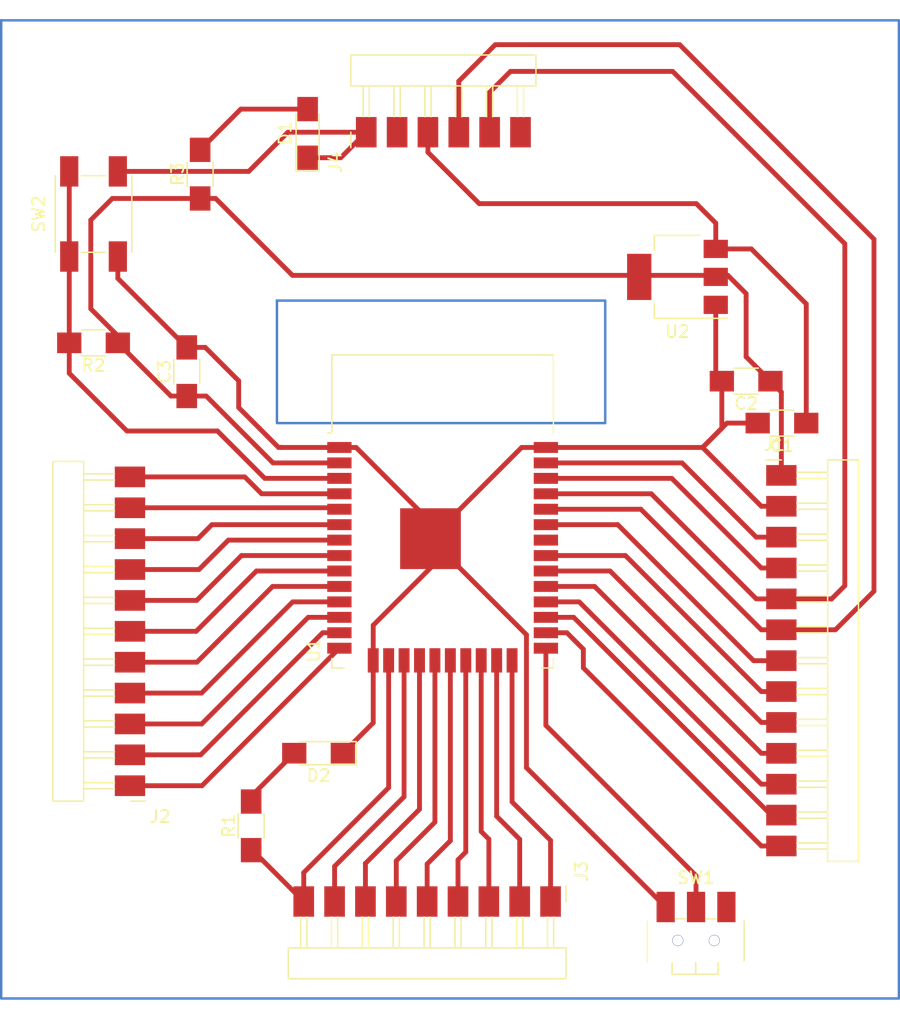
<source format=kicad_pcb>
(kicad_pcb (version 20211014) (generator pcbnew)
  (layers (0 "F.Cu" signal) (31 "B.Cu" signal) (34 "B.Paste" user) (35 "F.Paste" user) (36 "B.SilkS" user "B.Silkscreen") (37 "F.SilkS" user "F.Silkscreen") (38 "B.Mask" user) (39 "F.Mask" user) (44 "Edge.Cuts" user))
  (net 0 "")
  (net 1 "GND")
  (net 2 "/IO0")
  (net 3 "/VI")
  (net 4 "/VO")
  (net 5 "Net-(D2-Pad2)")
  (net 6 "/EN")
  (net 7 "Net-(D1-Pad2)")
  (net 9 "/RX")
  (net 10 "/TX")
  (net 12 "/IO23")
  (net 13 "/IO22")
  (net 14 "/IO21")
  (net 15 "/IO19")
  (net 16 "/IO18")
  (net 17 "/IO5")
  (net 18 "/IO17")
  (net 19 "/IO16")
  (net 20 "/IO4")
  (net 21 "/VP")
  (net 22 "/VN")
  (net 23 "/IO34")
  (net 24 "/IO35")
  (net 25 "/IO32")
  (net 26 "/IO33")
  (net 27 "/IO25")
  (net 28 "/IO26")
  (net 29 "/IO27")
  (net 30 "/IO14")
  (net 31 "/IO12")
  (net 32 "/SHD")
  (net 33 "/SWP")
  (net 34 "/SCS")
  (net 35 "/SCK")
  (net 36 "/SDO")
  (net 37 "/SDI")
  (net 38 "/IO15")
  (net 39 "/IO2")
  (net 41 "/LED")
  (footprint "fab:PinHeader_FTDI_01x06_P2.54mm_Horizontal_SMD" (layer "F.Cu") (at 113.4 55.025 90)
    (fp_text reference "J4" (at -1.524 -2.54 90) (layer "F.SilkS") (effects (justify right)))
    (fp_text value "Pinheader_FTDI")
    (fp_line (start 6.35 13.97) (end 3.81 13.97) (layer "F.SilkS") (width 0.12))
    (fp_line (start 3.81 13.97) (end 3.81 -1.27) (layer "F.SilkS") (width 0.12))
    (fp_line (start 3.81 4.826) (end 1.27 4.826) (layer "F.SilkS") (width 0.12))
    (fp_line (start 3.81 7.366) (end 1.27 7.366) (layer "F.SilkS") (width 0.12))
    (fp_line (start 6.35 -1.27) (end 6.35 13.97) (layer "F.SilkS") (width 0.12))
    (fp_line (start 3.81 7.874) (end 1.27 7.874) (layer "F.SilkS") (width 0.12))
    (fp_line (start 3.81 2.794) (end 1.27 2.794) (layer "F.SilkS") (width 0.12))
    (fp_line (start 3.81 5.334) (end 1.27 5.334) (layer "F.SilkS") (width 0.12))
    (fp_line (start -1.27 -1.27) (end 0 -1.27) (layer "F.SilkS") (width 0.12))
    (fp_line (start 3.81 -0.254) (end 1.27 -0.254) (layer "F.SilkS") (width 0.12))
    (fp_line (start 3.81 12.446) (end 1.27 12.446) (layer "F.SilkS") (width 0.12))
    (fp_line (start 3.81 2.286) (end 1.27 2.286) (layer "F.SilkS") (width 0.12))
    (fp_line (start 3.81 12.954) (end 1.27 12.954) (layer "F.SilkS") (width 0.12))
    (fp_line (start 3.81 -1.27) (end 6.35 -1.27) (layer "F.SilkS") (width 0.12))
    (fp_line (start 3.81 0.254) (end 1.27 0.254) (layer "F.SilkS") (width 0.12))
    (fp_line (start 3.81 9.906) (end 1.27 9.906) (layer "F.SilkS") (width 0.12))
    (fp_line (start 3.81 10.414) (end 1.27 10.414) (layer "F.SilkS") (width 0.12))
    (pad "1" smd rect locked (at 0 0 90) (size 2.5 1.7) (layers "F.Cu" "F.Paste" "F.Mask") (net 1 "GND"))
    (pad "2" smd rect locked (at 0 2.54 90) (size 2.5 1.7) (layers "F.Cu" "F.Paste" "F.Mask"))
    (pad "3" smd rect locked (at 0 5.08 90) (size 2.5 1.7) (layers "F.Cu" "F.Paste" "F.Mask") (net 3 "/VI"))
    (pad "4" smd rect locked (at 0 7.62 90) (size 2.5 1.7) (layers "F.Cu" "F.Paste" "F.Mask") (net 9 "/RX"))
    (pad "5" smd rect locked (at 0 10.16 90) (size 2.5 1.7) (layers "F.Cu" "F.Paste" "F.Mask") (net 10 "/TX"))
    (pad "6" smd rect locked (at 0 12.7 90) (size 2.5 1.7) (layers "F.Cu" "F.Paste" "F.Mask"))
  )
  (footprint "fab:PinHeader_1x09_P2.54mm_Horizontal_SMD" (layer "F.Cu") (at 128.575 118.3 -90)
    (fp_text reference "J3" (at -1.524 -2.54 90) (layer "F.SilkS") (effects (justify left)))
    (fp_text value "PinHeader_Bottom")
    (fp_line (start 3.81 2.794) (end 1.27 2.794) (layer "F.SilkS") (width 0.12))
    (fp_line (start 3.81 7.366) (end 1.27 7.366) (layer "F.SilkS") (width 0.12))
    (fp_line (start 3.81 14.986) (end 1.27 14.986) (layer "F.SilkS") (width 0.12))
    (fp_line (start 3.81 20.574) (end 1.27 20.574) (layer "F.SilkS") (width 0.12))
    (fp_line (start 3.81 9.906) (end 1.27 9.906) (layer "F.SilkS") (width 0.12))
    (fp_line (start 3.81 7.874) (end 1.27 7.874) (layer "F.SilkS") (width 0.12))
    (fp_line (start -1.27 -1.27) (end 0 -1.27) (layer "F.SilkS") (width 0.12))
    (fp_line (start 6.35 21.59) (end 3.81 21.59) (layer "F.SilkS") (width 0.12))
    (fp_line (start 3.81 -1.27) (end 6.35 -1.27) (layer "F.SilkS") (width 0.12))
    (fp_line (start 3.81 5.334) (end 1.27 5.334) (layer "F.SilkS") (width 0.12))
    (fp_line (start 3.81 2.286) (end 1.27 2.286) (layer "F.SilkS") (width 0.12))
    (fp_line (start 3.81 15.494) (end 1.27 15.494) (layer "F.SilkS") (width 0.12))
    (fp_line (start 3.81 10.414) (end 1.27 10.414) (layer "F.SilkS") (width 0.12))
    (fp_line (start 3.81 18.034) (end 1.27 18.034) (layer "F.SilkS") (width 0.12))
    (fp_line (start 3.81 21.59) (end 3.81 -1.27) (layer "F.SilkS") (width 0.12))
    (fp_line (start 3.81 20.066) (end 1.27 20.066) (layer "F.SilkS") (width 0.12))
    (fp_line (start 3.81 -0.254) (end 1.27 -0.254) (layer "F.SilkS") (width 0.12))
    (fp_line (start 3.81 4.826) (end 1.27 4.826) (layer "F.SilkS") (width 0.12))
    (fp_line (start 6.35 -1.27) (end 6.35 21.59) (layer "F.SilkS") (width 0.12))
    (fp_line (start 3.81 0.254) (end 1.27 0.254) (layer "F.SilkS") (width 0.12))
    (fp_line (start 3.81 17.526) (end 1.27 17.526) (layer "F.SilkS") (width 0.12))
    (fp_line (start 3.81 12.446) (end 1.27 12.446) (layer "F.SilkS") (width 0.12))
    (fp_line (start 3.81 12.954) (end 1.27 12.954) (layer "F.SilkS") (width 0.12))
    (pad "1" smd rect locked (at 0 0 270) (size 2.5 1.7) (layers "F.Cu" "F.Paste" "F.Mask") (net 39 "/IO2"))
    (pad "2" smd rect locked (at 0 2.54 270) (size 2.5 1.7) (layers "F.Cu" "F.Paste" "F.Mask") (net 38 "/IO15"))
    (pad "3" smd rect locked (at 0 5.08 270) (size 2.5 1.7) (layers "F.Cu" "F.Paste" "F.Mask") (net 37 "/SDI"))
    (pad "4" smd rect locked (at 0 7.62 270) (size 2.5 1.7) (layers "F.Cu" "F.Paste" "F.Mask") (net 36 "/SDO"))
    (pad "5" smd rect locked (at 0 10.16 270) (size 2.5 1.7) (layers "F.Cu" "F.Paste" "F.Mask") (net 35 "/SCK"))
    (pad "6" smd rect locked (at 0 12.7 270) (size 2.5 1.7) (layers "F.Cu" "F.Paste" "F.Mask") (net 34 "/SCS"))
    (pad "7" smd rect locked (at 0 15.24 270) (size 2.5 1.7) (layers "F.Cu" "F.Paste" "F.Mask") (net 33 "/SWP"))
    (pad "8" smd rect locked (at 0 17.78 270) (size 2.5 1.7) (layers "F.Cu" "F.Paste" "F.Mask") (net 32 "/SHD"))
    (pad "9" smd rect locked (at 0 20.32 270) (size 2.5 1.7) (layers "F.Cu" "F.Paste" "F.Mask") (net 41 "/LED"))
  )
  (footprint "fab:LED_1206" (layer "F.Cu") (at 108.575 55.125 90)
    (fp_text reference "D1" (at 0 -1.85 90) (layer "F.SilkS"))
    (fp_text value "LED")
    (fp_line (start -3.1 -0.95) (end 1.6 -0.95) (layer "F.SilkS") (width 0.12))
    (fp_line (start -3.1 -0.95) (end -3.1 0.95) (layer "F.SilkS") (width 0.12))
    (fp_line (start -3.1 0.95) (end 1.6 0.95) (layer "F.SilkS") (width 0.12))
    (pad "1" smd rect locked (at -2 0 90) (size 2 1.7) (layers "F.Cu" "F.Paste" "F.Mask") (net 1 "GND"))
    (pad "2" smd rect locked (at 2 0 90) (size 2 1.7) (layers "F.Cu" "F.Paste" "F.Mask") (net 7 "Net-(D1-Pad2)"))
  )
  (footprint "fab:PinHeader_1x13_P2.54mm_Horizontal_SMD" (layer "F.Cu") (at 147.575 83.25)
    (fp_text reference "J1" (at -1.524 -2.54 180) (layer "F.SilkS") (effects (justify left)))
    (fp_text value "Pinheader_Right")
    (fp_line (start 6.35 -1.27) (end 6.35 31.75) (layer "F.SilkS") (width 0.12))
    (fp_line (start 3.81 0.254) (end 1.27 0.254) (layer "F.SilkS") (width 0.12))
    (fp_line (start 3.81 30.226) (end 1.27 30.226) (layer "F.SilkS") (width 0.12))
    (fp_line (start 3.81 14.986) (end 1.27 14.986) (layer "F.SilkS") (width 0.12))
    (fp_line (start 3.81 22.606) (end 1.27 22.606) (layer "F.SilkS") (width 0.12))
    (fp_line (start 3.81 28.194) (end 1.27 28.194) (layer "F.SilkS") (width 0.12))
    (fp_line (start 3.81 10.414) (end 1.27 10.414) (layer "F.SilkS") (width 0.12))
    (fp_line (start 3.81 20.574) (end 1.27 20.574) (layer "F.SilkS") (width 0.12))
    (fp_line (start 3.81 30.734) (end 1.27 30.734) (layer "F.SilkS") (width 0.12))
    (fp_line (start 3.81 12.954) (end 1.27 12.954) (layer "F.SilkS") (width 0.12))
    (fp_line (start 3.81 15.494) (end 1.27 15.494) (layer "F.SilkS") (width 0.12))
    (fp_line (start 3.81 20.066) (end 1.27 20.066) (layer "F.SilkS") (width 0.12))
    (fp_line (start 3.81 17.526) (end 1.27 17.526) (layer "F.SilkS") (width 0.12))
    (fp_line (start 3.81 25.654) (end 1.27 25.654) (layer "F.SilkS") (width 0.12))
    (fp_line (start 3.81 -0.254) (end 1.27 -0.254) (layer "F.SilkS") (width 0.12))
    (fp_line (start 3.81 -1.27) (end 6.35 -1.27) (layer "F.SilkS") (width 0.12))
    (fp_line (start 6.35 31.75) (end 3.81 31.75) (layer "F.SilkS") (width 0.12))
    (fp_line (start 3.81 18.034) (end 1.27 18.034) (layer "F.SilkS") (width 0.12))
    (fp_line (start 3.81 12.446) (end 1.27 12.446) (layer "F.SilkS") (width 0.12))
    (fp_line (start 3.81 2.286) (end 1.27 2.286) (layer "F.SilkS") (width 0.12))
    (fp_line (start 3.81 25.146) (end 1.27 25.146) (layer "F.SilkS") (width 0.12))
    (fp_line (start 3.81 4.826) (end 1.27 4.826) (layer "F.SilkS") (width 0.12))
    (fp_line (start -1.27 -1.27) (end 0 -1.27) (layer "F.SilkS") (width 0.12))
    (fp_line (start 3.81 27.686) (end 1.27 27.686) (layer "F.SilkS") (width 0.12))
    (fp_line (start 3.81 2.794) (end 1.27 2.794) (layer "F.SilkS") (width 0.12))
    (fp_line (start 3.81 23.114) (end 1.27 23.114) (layer "F.SilkS") (width 0.12))
    (fp_line (start 3.81 9.906) (end 1.27 9.906) (layer "F.SilkS") (width 0.12))
    (fp_line (start 3.81 7.366) (end 1.27 7.366) (layer "F.SilkS") (width 0.12))
    (fp_line (start 3.81 5.334) (end 1.27 5.334) (layer "F.SilkS") (width 0.12))
    (fp_line (start 3.81 31.75) (end 3.81 -1.27) (layer "F.SilkS") (width 0.12))
    (fp_line (start 3.81 7.874) (end 1.27 7.874) (layer "F.SilkS") (width 0.12))
    (pad "1" smd rect locked (at 0 0) (size 2.5 1.7) (layers "F.Cu" "F.Paste" "F.Mask") (net 4 "/VO"))
    (pad "2" smd rect locked (at 0 2.54) (size 2.5 1.7) (layers "F.Cu" "F.Paste" "F.Mask") (net 1 "GND"))
    (pad "3" smd rect locked (at 0 5.08) (size 2.5 1.7) (layers "F.Cu" "F.Paste" "F.Mask") (net 12 "/IO23"))
    (pad "4" smd rect locked (at 0 7.62) (size 2.5 1.7) (layers "F.Cu" "F.Paste" "F.Mask") (net 13 "/IO22"))
    (pad "5" smd rect locked (at 0 10.16) (size 2.5 1.7) (layers "F.Cu" "F.Paste" "F.Mask") (net 10 "/TX"))
    (pad "6" smd rect locked (at 0 12.7) (size 2.5 1.7) (layers "F.Cu" "F.Paste" "F.Mask") (net 9 "/RX"))
    (pad "7" smd rect locked (at 0 15.24) (size 2.5 1.7) (layers "F.Cu" "F.Paste" "F.Mask") (net 14 "/IO21"))
    (pad "8" smd rect locked (at 0 17.78) (size 2.5 1.7) (layers "F.Cu" "F.Paste" "F.Mask") (net 15 "/IO19"))
    (pad "9" smd rect locked (at 0 20.32) (size 2.5 1.7) (layers "F.Cu" "F.Paste" "F.Mask") (net 16 "/IO18"))
    (pad "10" smd rect locked (at 0 22.86) (size 2.5 1.7) (layers "F.Cu" "F.Paste" "F.Mask") (net 17 "/IO5"))
    (pad "11" smd rect locked (at 0 25.4) (size 2.5 1.7) (layers "F.Cu" "F.Paste" "F.Mask") (net 18 "/IO17"))
    (pad "12" smd rect locked (at 0 27.94) (size 2.5 1.7) (layers "F.Cu" "F.Paste" "F.Mask") (net 19 "/IO16"))
    (pad "13" smd rect locked (at 0 30.48) (size 2.5 1.7) (layers "F.Cu" "F.Paste" "F.Mask") (net 20 "/IO4"))
  )
  (footprint "fab:R_1206" (layer "F.Cu") (at 90.95 72.35 180)
    (fp_text reference "R2" (at 0 -1.85) (layer "F.SilkS"))
    (fp_text value "10 k")
    (fp_line (start -1 -1.07) (end 1 -1.07) (layer "F.SilkS") (width 0.12))
    (fp_line (start 1 1.07) (end -1 1.07) (layer "F.SilkS") (width 0.12))
    (pad "1" smd rect locked (at -2 0 180) (size 2 1.7) (layers "F.Cu" "F.Paste" "F.Mask") (net 4 "/VO"))
    (pad "2" smd rect locked (at 2 0 180) (size 2 1.7) (layers "F.Cu" "F.Paste" "F.Mask") (net 6 "/EN"))
  )
  (footprint "fab:C_1206" (layer "F.Cu") (at 144.675 75.5 180)
    (fp_text reference "C2" (at 0 -1.85) (layer "F.SilkS"))
    (fp_text value "10uf")
    (fp_line (start -1 -1.07) (end 1 -1.07) (layer "F.SilkS") (width 0.12))
    (fp_line (start 1 1.07) (end -1 1.07) (layer "F.SilkS") (width 0.12))
    (pad "1" smd rect locked (at -2 0 180) (size 2 1.7) (layers "F.Cu" "F.Paste" "F.Mask") (net 4 "/VO"))
    (pad "2" smd rect locked (at 2 0 180) (size 2 1.7) (layers "F.Cu" "F.Paste" "F.Mask") (net 1 "GND"))
  )
  (footprint "fab:SOT-223-3_TabPin2" (layer "F.Cu") (at 139.025 66.925 180)
    (fp_text reference "U2" (at 0 -4.5) (layer "F.SilkS"))
    (fp_text value "reg")
    (fp_line (start 1.91 3.41) (end 1.91 2.15) (layer "F.SilkS") (width 0.12))
    (fp_line (start 1.91 -3.41) (end 1.91 -2.15) (layer "F.SilkS") (width 0.12))
    (fp_line (start -4.1 -3.41) (end 1.91 -3.41) (layer "F.SilkS") (width 0.12))
    (fp_line (start -1.85 3.41) (end 1.91 3.41) (layer "F.SilkS") (width 0.12))
    (pad "1" smd rect locked (at -3.15 -2.3 180) (size 2 1.5) (layers "F.Cu" "F.Paste" "F.Mask") (net 1 "GND"))
    (pad "2" smd rect locked (at -3.15 0 180) (size 2 1.5) (layers "F.Cu" "F.Paste" "F.Mask") (net 4 "/VO"))
    (pad "2" smd rect locked (at 3.15 0 180) (size 2 3.8) (layers "F.Cu" "F.Paste" "F.Mask") (net 4 "/VO"))
    (pad "3" smd rect locked (at -3.15 2.3 180) (size 2 1.5) (layers "F.Cu" "F.Paste" "F.Mask") (net 3 "/VI"))
  )
  (footprint "fab:Button_Omron_B3SN_6x6mm" (layer "F.Cu") (at 90.95 61.75 90)
    (fp_text reference "SW2" (at 0 -4.5 90) (layer "F.SilkS"))
    (fp_text value "Tact_Switch")
    (fp_line (start -3.15 1) (end -3.15 -1) (layer "F.SilkS") (width 0.12))
    (fp_line (start 3.15 3.15) (end -3.15 3.15) (layer "F.SilkS") (width 0.12))
    (fp_line (start 3.15 -1) (end 3.15 1) (layer "F.SilkS") (width 0.12))
    (fp_line (start -3.15 -3.15) (end 3.15 -3.15) (layer "F.SilkS") (width 0.12))
    (pad "1" smd rect locked (at -3.5 -2 90) (size 2.5 1.5) (layers "F.Cu" "F.Paste" "F.Mask") (net 6 "/EN"))
    (pad "1" smd rect locked (at 3.5 -2 90) (size 2.5 1.5) (layers "F.Cu" "F.Paste" "F.Mask") (net 6 "/EN"))
    (pad "2" smd rect locked (at 3.5 2 90) (size 2.5 1.5) (layers "F.Cu" "F.Paste" "F.Mask") (net 1 "GND"))
    (pad "2" smd rect locked (at -3.5 2 90) (size 2.5 1.5) (layers "F.Cu" "F.Paste" "F.Mask") (net 1 "GND"))
  )
  (footprint "fab:C_1206" (layer "F.Cu") (at 147.625 78.95 180)
    (fp_text reference "C1" (at 0 -1.85) (layer "F.SilkS"))
    (fp_text value "10uf")
    (fp_line (start 1 1.07) (end -1 1.07) (layer "F.SilkS") (width 0.12))
    (fp_line (start -1 -1.07) (end 1 -1.07) (layer "F.SilkS") (width 0.12))
    (pad "1" smd rect locked (at -2 0 180) (size 2 1.7) (layers "F.Cu" "F.Paste" "F.Mask") (net 3 "/VI"))
    (pad "2" smd rect locked (at 2 0 180) (size 2 1.7) (layers "F.Cu" "F.Paste" "F.Mask") (net 1 "GND"))
  )
  (footprint "fab:LED_1206" (layer "F.Cu") (at 109.475 106.1 180)
    (fp_text reference "D2" (at 0 -1.85) (layer "F.SilkS"))
    (fp_text value "LED")
    (fp_line (start -3.1 0.95) (end 1.6 0.95) (layer "F.SilkS") (width 0.12))
    (fp_line (start -3.1 -0.95) (end 1.6 -0.95) (layer "F.SilkS") (width 0.12))
    (fp_line (start -3.1 -0.95) (end -3.1 0.95) (layer "F.SilkS") (width 0.12))
    (pad "1" smd rect locked (at -2 0 180) (size 2 1.7) (layers "F.Cu" "F.Paste" "F.Mask") (net 1 "GND"))
    (pad "2" smd rect locked (at 2 0 180) (size 2 1.7) (layers "F.Cu" "F.Paste" "F.Mask") (net 5 "Net-(D2-Pad2)"))
  )
  (footprint "fab:R_1206" (layer "F.Cu") (at 99.725 58.475 90)
    (fp_text reference "R3" (at 0 -1.85 90) (layer "F.SilkS"))
    (fp_text value "100 ohm")
    (fp_line (start -1 -1.07) (end 1 -1.07) (layer "F.SilkS") (width 0.12))
    (fp_line (start 1 1.07) (end -1 1.07) (layer "F.SilkS") (width 0.12))
    (pad "1" smd rect locked (at -2 0 90) (size 2 1.7) (layers "F.Cu" "F.Paste" "F.Mask") (net 4 "/VO"))
    (pad "2" smd rect locked (at 2 0 90) (size 2 1.7) (layers "F.Cu" "F.Paste" "F.Mask") (net 7 "Net-(D1-Pad2)"))
  )
  (footprint "fab:C_1206" (layer "F.Cu") (at 98.625 74.725 90)
    (fp_text reference "C3" (at 0 -1.85 90) (layer "F.SilkS"))
    (fp_text value "0.1uf")
    (fp_line (start -1 -1.07) (end 1 -1.07) (layer "F.SilkS") (width 0.12))
    (fp_line (start 1 1.07) (end -1 1.07) (layer "F.SilkS") (width 0.12))
    (pad "1" smd rect locked (at -2 0 90) (size 2 1.7) (layers "F.Cu" "F.Paste" "F.Mask") (net 4 "/VO"))
    (pad "2" smd rect locked (at 2 0 90) (size 2 1.7) (layers "F.Cu" "F.Paste" "F.Mask") (net 1 "GND"))
  )
  (footprint "fab:Switch_SPDT_C&K_AYZ0102AGRLC_7.2x3mm_P2.5mm" (layer "F.Cu") (at 140.55 121.5)
    (fp_text reference "SW1" (at -0.01 -5.15) (layer "F.SilkS"))
    (fp_text value "Slide_switch")
    (fp_line (start -1.68 -1.78) (end -0.83 -1.78) (layer "F.SilkS") (width 0.12))
    (fp_line (start -4 -1.56) (end -4 1.73) (layer "F.SilkS") (width 0.12))
    (fp_line (start 1.82 2.78) (end 1.82 1.84) (layer "F.SilkS") (width 0.12))
    (fp_line (start -1.97 1.84) (end -1.97 2.78) (layer "F.SilkS") (width 0.12))
    (fp_line (start 0.8 -1.77) (end 1.67 -1.77) (layer "F.SilkS") (width 0.12))
    (fp_line (start 3.96 -1.6) (end 3.96 1.67) (layer "F.SilkS") (width 0.12))
    (fp_line (start -0.02 1.82) (end -0.02 2.77) (layer "F.SilkS") (width 0.12))
    (fp_line (start -1.97 2.78) (end 1.82 2.78) (layer "F.SilkS") (width 0.12))
    (pad "" np_thru_hole circle locked (at 1.5 0) (size 0.9 0.9) (drill 0.85) (layers *.Cu *.Mask))
    (pad "" np_thru_hole circle locked (at -1.5 0) (size 0.9 0.9) (drill 0.85) (layers *.Cu *.Mask))
    (pad "1" smd rect locked (at -2.5 -2.75) (size 1.5 2.5) (layers "F.Cu" "F.Paste" "F.Mask") (net 1 "GND"))
    (pad "2" smd rect locked (at 0 -2.75) (size 1.5 2.5) (layers "F.Cu" "F.Paste" "F.Mask") (net 2 "/IO0"))
    (pad "3" smd rect locked (at 2.5 -2.75) (size 1.5 2.5) (layers "F.Cu" "F.Paste" "F.Mask"))
  )
  (footprint "RF_Module:ESP32-WROOM-32" (layer "F.Cu") (at 119.69 89.21)
    (fp_text reference "U1" (at -10.61 8.43 90) (layer "F.SilkS"))
    (fp_text value "ESP32-WROOM-32")
    (fp_line (start 9.12 9.1) (end 9.12 9.88) (layer "F.SilkS") (width 0.12))
    (fp_line (start -9.12 -15.865) (end -9.12 -9.445) (layer "F.SilkS") (width 0.12))
    (fp_line (start -9.12 9.1) (end -9.12 9.88) (layer "F.SilkS") (width 0.12))
    (fp_line (start -9.12 9.88) (end -8.12 9.88) (layer "F.SilkS") (width 0.12))
    (fp_line (start -9.12 -15.865) (end 9.12 -15.865) (layer "F.SilkS") (width 0.12))
    (fp_line (start 9.12 -15.865) (end 9.12 -9.445) (layer "F.SilkS") (width 0.12))
    (fp_line (start -9.12 -9.445) (end -9.5 -9.445) (layer "F.SilkS") (width 0.12))
    (fp_line (start 9.12 9.88) (end 8.12 9.88) (layer "F.SilkS") (width 0.12))
    (pad "1" smd rect locked (at -8.5 -8.255) (size 2 0.9) (layers "F.Cu" "F.Paste" "F.Mask") (net 1 "GND"))
    (pad "2" smd rect locked (at -8.5 -6.985) (size 2 0.9) (layers "F.Cu" "F.Paste" "F.Mask") (net 4 "/VO"))
    (pad "3" smd rect locked (at -8.5 -5.715) (size 2 0.9) (layers "F.Cu" "F.Paste" "F.Mask") (net 6 "/EN"))
    (pad "4" smd rect locked (at -8.5 -4.445) (size 2 0.9) (layers "F.Cu" "F.Paste" "F.Mask") (net 21 "/VP"))
    (pad "5" smd rect locked (at -8.5 -3.175) (size 2 0.9) (layers "F.Cu" "F.Paste" "F.Mask") (net 22 "/VN"))
    (pad "6" smd rect locked (at -8.5 -1.905) (size 2 0.9) (layers "F.Cu" "F.Paste" "F.Mask") (net 23 "/IO34"))
    (pad "7" smd rect locked (at -8.5 -0.635) (size 2 0.9) (layers "F.Cu" "F.Paste" "F.Mask") (net 24 "/IO35"))
    (pad "8" smd rect locked (at -8.5 0.635) (size 2 0.9) (layers "F.Cu" "F.Paste" "F.Mask") (net 25 "/IO32"))
    (pad "9" smd rect locked (at -8.5 1.905) (size 2 0.9) (layers "F.Cu" "F.Paste" "F.Mask") (net 26 "/IO33"))
    (pad "10" smd rect locked (at -8.5 3.175) (size 2 0.9) (layers "F.Cu" "F.Paste" "F.Mask") (net 27 "/IO25"))
    (pad "11" smd rect locked (at -8.5 4.445) (size 2 0.9) (layers "F.Cu" "F.Paste" "F.Mask") (net 28 "/IO26"))
    (pad "12" smd rect locked (at -8.5 5.715) (size 2 0.9) (layers "F.Cu" "F.Paste" "F.Mask") (net 29 "/IO27"))
    (pad "13" smd rect locked (at -8.5 6.985) (size 2 0.9) (layers "F.Cu" "F.Paste" "F.Mask") (net 30 "/IO14"))
    (pad "14" smd rect locked (at -8.5 8.255) (size 2 0.9) (layers "F.Cu" "F.Paste" "F.Mask") (net 31 "/IO12"))
    (pad "15" smd rect locked (at -5.715 9.255 90) (size 2 0.9) (layers "F.Cu" "F.Paste" "F.Mask") (net 1 "GND"))
    (pad "16" smd rect locked (at -4.445 9.255 90) (size 2 0.9) (layers "F.Cu" "F.Paste" "F.Mask") (net 41 "/LED"))
    (pad "17" smd rect locked (at -3.175 9.255 90) (size 2 0.9) (layers "F.Cu" "F.Paste" "F.Mask") (net 32 "/SHD"))
    (pad "18" smd rect locked (at -1.905 9.255 90) (size 2 0.9) (layers "F.Cu" "F.Paste" "F.Mask") (net 33 "/SWP"))
    (pad "19" smd rect locked (at -0.635 9.255 90) (size 2 0.9) (layers "F.Cu" "F.Paste" "F.Mask") (net 34 "/SCS"))
    (pad "20" smd rect locked (at 0.635 9.255 90) (size 2 0.9) (layers "F.Cu" "F.Paste" "F.Mask") (net 35 "/SCK"))
    (pad "21" smd rect locked (at 1.905 9.255 90) (size 2 0.9) (layers "F.Cu" "F.Paste" "F.Mask") (net 36 "/SDO"))
    (pad "22" smd rect locked (at 3.175 9.255 90) (size 2 0.9) (layers "F.Cu" "F.Paste" "F.Mask") (net 37 "/SDI"))
    (pad "23" smd rect locked (at 4.445 9.255 90) (size 2 0.9) (layers "F.Cu" "F.Paste" "F.Mask") (net 38 "/IO15"))
    (pad "24" smd rect locked (at 5.715 9.255 90) (size 2 0.9) (layers "F.Cu" "F.Paste" "F.Mask") (net 39 "/IO2"))
    (pad "25" smd rect locked (at 8.5 8.255) (size 2 0.9) (layers "F.Cu" "F.Paste" "F.Mask") (net 2 "/IO0"))
    (pad "26" smd rect locked (at 8.5 6.985) (size 2 0.9) (layers "F.Cu" "F.Paste" "F.Mask") (net 20 "/IO4"))
    (pad "27" smd rect locked (at 8.5 5.715) (size 2 0.9) (layers "F.Cu" "F.Paste" "F.Mask") (net 19 "/IO16"))
    (pad "28" smd rect locked (at 8.5 4.445) (size 2 0.9) (layers "F.Cu" "F.Paste" "F.Mask") (net 18 "/IO17"))
    (pad "29" smd rect locked (at 8.5 3.175) (size 2 0.9) (layers "F.Cu" "F.Paste" "F.Mask") (net 17 "/IO5"))
    (pad "30" smd rect locked (at 8.5 1.905) (size 2 0.9) (layers "F.Cu" "F.Paste" "F.Mask") (net 16 "/IO18"))
    (pad "31" smd rect locked (at 8.5 0.635) (size 2 0.9) (layers "F.Cu" "F.Paste" "F.Mask") (net 15 "/IO19"))
    (pad "32" smd rect locked (at 8.5 -0.635) (size 2 0.9) (layers "F.Cu" "F.Paste" "F.Mask"))
    (pad "33" smd rect locked (at 8.5 -1.905) (size 2 0.9) (layers "F.Cu" "F.Paste" "F.Mask") (net 14 "/IO21"))
    (pad "34" smd rect locked (at 8.5 -3.175) (size 2 0.9) (layers "F.Cu" "F.Paste" "F.Mask") (net 9 "/RX"))
    (pad "35" smd rect locked (at 8.5 -4.445) (size 2 0.9) (layers "F.Cu" "F.Paste" "F.Mask") (net 10 "/TX"))
    (pad "36" smd rect locked (at 8.5 -5.715) (size 2 0.9) (layers "F.Cu" "F.Paste" "F.Mask") (net 13 "/IO22"))
    (pad "37" smd rect locked (at 8.5 -6.985) (size 2 0.9) (layers "F.Cu" "F.Paste" "F.Mask") (net 12 "/IO23"))
    (pad "38" smd rect locked (at 8.5 -8.255) (size 2 0.9) (layers "F.Cu" "F.Paste" "F.Mask") (net 1 "GND"))
    (pad "39" smd rect locked (at -1 -0.755) (size 5 5) (layers "F.Cu" "F.Paste" "F.Mask") (net 1 "GND"))
  )
  (footprint "fab:R_1206" (layer "F.Cu") (at 103.925 112.075 90)
    (fp_text reference "R1" (at 0 -1.85 90) (layer "F.SilkS"))
    (fp_text value "100 ohm")
    (fp_line (start -1 -1.07) (end 1 -1.07) (layer "F.SilkS") (width 0.12))
    (fp_line (start 1 1.07) (end -1 1.07) (layer "F.SilkS") (width 0.12))
    (pad "1" smd rect locked (at -2 0 90) (size 2 1.7) (layers "F.Cu" "F.Paste" "F.Mask") (net 41 "/LED"))
    (pad "2" smd rect locked (at 2 0 90) (size 2 1.7) (layers "F.Cu" "F.Paste" "F.Mask") (net 5 "Net-(D2-Pad2)"))
  )
  (footprint "fab:PinHeader_1x11_P2.54mm_Horizontal_SMD" (layer "F.Cu") (at 93.95 108.775 180)
    (fp_text reference "J2" (at -1.524 -2.54) (layer "F.SilkS") (effects (justify left)))
    (fp_text value "PinHeader_left")
    (fp_line (start 3.81 23.114) (end 1.27 23.114) (layer "F.SilkS") (width 0.12))
    (fp_line (start 3.81 15.494) (end 1.27 15.494) (layer "F.SilkS") (width 0.12))
    (fp_line (start 3.81 12.446) (end 1.27 12.446) (layer "F.SilkS") (width 0.12))
    (fp_line (start 3.81 0.254) (end 1.27 0.254) (layer "F.SilkS") (width 0.12))
    (fp_line (start 3.81 7.874) (end 1.27 7.874) (layer "F.SilkS") (width 0.12))
    (fp_line (start 3.81 5.334) (end 1.27 5.334) (layer "F.SilkS") (width 0.12))
    (fp_line (start 3.81 10.414) (end 1.27 10.414) (layer "F.SilkS") (width 0.12))
    (fp_line (start 3.81 -1.27) (end 6.35 -1.27) (layer "F.SilkS") (width 0.12))
    (fp_line (start 3.81 2.794) (end 1.27 2.794) (layer "F.SilkS") (width 0.12))
    (fp_line (start 3.81 14.986) (end 1.27 14.986) (layer "F.SilkS") (width 0.12))
    (fp_line (start 3.81 12.954) (end 1.27 12.954) (layer "F.SilkS") (width 0.12))
    (fp_line (start 3.81 17.526) (end 1.27 17.526) (layer "F.SilkS") (width 0.12))
    (fp_line (start 3.81 18.034) (end 1.27 18.034) (layer "F.SilkS") (width 0.12))
    (fp_line (start 6.35 26.67) (end 3.81 26.67) (layer "F.SilkS") (width 0.12))
    (fp_line (start 3.81 26.67) (end 3.81 -1.27) (layer "F.SilkS") (width 0.12))
    (fp_line (start 6.35 -1.27) (end 6.35 26.67) (layer "F.SilkS") (width 0.12))
    (fp_line (start 3.81 25.654) (end 1.27 25.654) (layer "F.SilkS") (width 0.12))
    (fp_line (start 3.81 20.574) (end 1.27 20.574) (layer "F.SilkS") (width 0.12))
    (fp_line (start 3.81 9.906) (end 1.27 9.906) (layer "F.SilkS") (width 0.12))
    (fp_line (start 3.81 25.146) (end 1.27 25.146) (layer "F.SilkS") (width 0.12))
    (fp_line (start 3.81 -0.254) (end 1.27 -0.254) (layer "F.SilkS") (width 0.12))
    (fp_line (start 3.81 20.066) (end 1.27 20.066) (layer "F.SilkS") (width 0.12))
    (fp_line (start 3.81 7.366) (end 1.27 7.366) (layer "F.SilkS") (width 0.12))
    (fp_line (start 3.81 4.826) (end 1.27 4.826) (layer "F.SilkS") (width 0.12))
    (fp_line (start 3.81 22.606) (end 1.27 22.606) (layer "F.SilkS") (width 0.12))
    (fp_line (start -1.27 -1.27) (end 0 -1.27) (layer "F.SilkS") (width 0.12))
    (fp_line (start 3.81 2.286) (end 1.27 2.286) (layer "F.SilkS") (width 0.12))
    (pad "1" smd rect locked (at 0 0 180) (size 2.5 1.7) (layers "F.Cu" "F.Paste" "F.Mask") (net 31 "/IO12"))
    (pad "2" smd rect locked (at 0 2.54 180) (size 2.5 1.7) (layers "F.Cu" "F.Paste" "F.Mask") (net 30 "/IO14"))
    (pad "3" smd rect locked (at 0 5.08 180) (size 2.5 1.7) (layers "F.Cu" "F.Paste" "F.Mask") (net 29 "/IO27"))
    (pad "4" smd rect locked (at 0 7.62 180) (size 2.5 1.7) (layers "F.Cu" "F.Paste" "F.Mask") (net 28 "/IO26"))
    (pad "5" smd rect locked (at 0 10.16 180) (size 2.5 1.7) (layers "F.Cu" "F.Paste" "F.Mask") (net 27 "/IO25"))
    (pad "6" smd rect locked (at 0 12.7 180) (size 2.5 1.7) (layers "F.Cu" "F.Paste" "F.Mask") (net 26 "/IO33"))
    (pad "7" smd rect locked (at 0 15.24 180) (size 2.5 1.7) (layers "F.Cu" "F.Paste" "F.Mask") (net 25 "/IO32"))
    (pad "8" smd rect locked (at 0 17.78 180) (size 2.5 1.7) (layers "F.Cu" "F.Paste" "F.Mask") (net 24 "/IO35"))
    (pad "9" smd rect locked (at 0 20.32 180) (size 2.5 1.7) (layers "F.Cu" "F.Paste" "F.Mask") (net 23 "/IO34"))
    (pad "10" smd rect locked (at 0 22.86 180) (size 2.5 1.7) (layers "F.Cu" "F.Paste" "F.Mask") (net 22 "/VN"))
    (pad "11" smd rect locked (at 0 25.4 180) (size 2.5 1.7) (layers "F.Cu" "F.Paste" "F.Mask") (net 21 "/VP"))
  )
  (gr_rect (start 83.35 45.825) (end 157.25 126.275) (layer "B.Cu") (width 0.2) (fill none))
  (gr_rect (start 106.05 68.875) (end 133.075 78.95) (layer "B.Cu") (width 0.2) (fill none))
  (segment (start 126.590489 107.290489) (end 126.590489 96.355489) (width 0.4) (layer "F.Cu") (net 1))
  (segment (start 113.975 98.465) (end 113.975 103.6) (width 0.4) (layer "F.Cu") (net 1))
  (segment (start 112.569022 80.955) (end 111.19 80.955) (width 0.4) (layer "F.Cu") (net 1))
  (segment (start 145.625 78.95) (end 143.095 78.95) (width 0.4) (layer "F.Cu") (net 1))
  (segment (start 118.69 88.455) (end 126.19 80.955) (width 0.4) (layer "F.Cu") (net 1))
  (segment (start 147.575 85.79) (end 145.925 85.79) (width 0.4) (layer "F.Cu") (net 1))
  (segment (start 103.725 58.25) (end 104.3 57.675) (width 0.4) (layer "F.Cu") (net 1))
  (segment (start 141.09 80.955) (end 128.19 80.955) (width 0.4) (layer "F.Cu") (net 1))
  (segment (start 126.19 80.955) (end 128.19 80.955) (width 0.4) (layer "F.Cu") (net 1))
  (segment (start 142.675 75.5) (end 142.675 79.37) (width 0.4) (layer "F.Cu") (net 1))
  (segment (start 118.69 90.86) (end 113.975 95.575) (width 0.4) (layer "F.Cu") (net 1))
  (segment (start 92.95 58.25) (end 103.725 58.25) (width 0.4) (layer "F.Cu") (net 1))
  (segment (start 142.175 69.225) (end 142.175 75) (width 0.4) (layer "F.Cu") (net 1))
  (segment (start 113.975 95.575) (end 113.975 98.465) (width 0.4) (layer "F.Cu") (net 1))
  (segment (start 118.69 88.455) (end 118.69 87.075978) (width 0.4) (layer "F.Cu") (net 1))
  (segment (start 118.69 87.075978) (end 112.569022 80.955) (width 0.4) (layer "F.Cu") (net 1))
  (segment (start 145.925 85.79) (end 141.09 80.955) (width 0.4) (layer "F.Cu") (net 1))
  (segment (start 102.9 75.475) (end 102.9 77.675) (width 0.4) (layer "F.Cu") (net 1))
  (segment (start 143.095 78.95) (end 141.09 80.955) (width 0.4) (layer "F.Cu") (net 1))
  (segment (start 118.69 88.455) (end 118.69 90.86) (width 0.4) (layer "F.Cu") (net 1))
  (segment (start 108.575 57.125) (end 111.3 57.125) (width 0.4) (layer "F.Cu") (net 1))
  (segment (start 102.9 77.675) (end 106.175 80.95) (width 0.4) (layer "F.Cu") (net 1))
  (segment (start 98.625 72.725) (end 100.15 72.725) (width 0.4) (layer "F.Cu") (net 1))
  (segment (start 106.95 55.025) (end 104.3 57.675) (width 0.4) (layer "F.Cu") (net 1))
  (segment (start 111.3 57.125) (end 113.4 55.025) (width 0.4) (layer "F.Cu") (net 1))
  (segment (start 113.975 103.6) (end 111.475 106.1) (width 0.4) (layer "F.Cu") (net 1))
  (segment (start 92.95 67.05) (end 98.625 72.725) (width 0.4) (layer "F.Cu") (net 1))
  (segment (start 106.4 80.95) (end 106.405 80.955) (width 0.4) (layer "F.Cu") (net 1))
  (segment (start 142.175 75) (end 142.675 75.5) (width 0.4) (layer "F.Cu") (net 1))
  (segment (start 113.4 55.025) (end 106.95 55.025) (width 0.4) (layer "F.Cu") (net 1))
  (segment (start 100.15 72.725) (end 102.9 75.475) (width 0.4) (layer "F.Cu") (net 1))
  (segment (start 142.675 79.37) (end 141.09 80.955) (width 0.4) (layer "F.Cu") (net 1))
  (segment (start 106.405 80.955) (end 111.19 80.955) (width 0.4) (layer "F.Cu") (net 1))
  (segment (start 138.05 118.75) (end 126.590489 107.290489) (width 0.4) (layer "F.Cu") (net 1))
  (segment (start 126.590489 96.355489) (end 118.69 88.455) (width 0.4) (layer "F.Cu") (net 1))
  (segment (start 92.95 65.25) (end 92.95 67.05) (width 0.4) (layer "F.Cu") (net 1))
  (segment (start 142.675 69.25) (end 142.375 68.95) (width 0.4) (layer "F.Cu") (net 1))
  (segment (start 106.175 80.95) (end 106.4 80.95) (width 0.4) (layer "F.Cu") (net 1))
  (segment (start 140.55 116.175) (end 128.19 103.815) (width 0.4) (layer "F.Cu") (net 2))
  (segment (start 128.19 103.815) (end 128.19 97.465) (width 0.4) (layer "F.Cu") (net 2))
  (segment (start 140.55 118.75) (end 140.55 116.175) (width 0.4) (layer "F.Cu") (net 2))
  (segment (start 122.705 60.9) (end 118.48 56.675) (width 0.4) (layer "F.Cu") (net 3))
  (segment (start 142.175 64.625) (end 142.175 62.5) (width 0.4) (layer "F.Cu") (net 3))
  (segment (start 149.625 78.95) (end 149.625 69.15) (width 0.4) (layer "F.Cu") (net 3))
  (segment (start 140.575 60.9) (end 122.705 60.9) (width 0.4) (layer "F.Cu") (net 3))
  (segment (start 145.1 64.625) (end 142.175 64.625) (width 0.4) (layer "F.Cu") (net 3))
  (segment (start 142.175 62.5) (end 140.575 60.9) (width 0.4) (layer "F.Cu") (net 3))
  (segment (start 118.48 55.025) (end 118.48 56.675) (width 0.4) (layer "F.Cu") (net 3))
  (segment (start 149.625 69.15) (end 145.1 64.625) (width 0.4) (layer "F.Cu") (net 3))
  (segment (start 92.95 72.35) (end 92.95 71.775) (width 0.4) (layer "F.Cu") (net 4))
  (segment (start 92.5 60.475) (end 99.725 60.475) (width 0.4) (layer "F.Cu") (net 4))
  (segment (start 100.225 76.725) (end 98.625 76.725) (width 0.4) (layer "F.Cu") (net 4))
  (segment (start 146.675 75.5) (end 144.675 73.5) (width 0.4) (layer "F.Cu") (net 4))
  (segment (start 101 60.475) (end 99.725 60.475) (width 0.4) (layer "F.Cu") (net 4))
  (segment (start 92.95 71.775) (end 90.725 69.55) (width 0.4) (layer "F.Cu") (net 4))
  (segment (start 98.625 76.725) (end 97.325 76.725) (width 0.4) (layer "F.Cu") (net 4))
  (segment (start 97.325 76.725) (end 92.95 72.35) (width 0.4) (layer "F.Cu") (net 4))
  (segment (start 144.675 68.95) (end 144.675 68.300978) (width 0.4) (layer "F.Cu") (net 4))
  (segment (start 144.675 73.5) (end 144.675 68.95) (width 0.4) (layer "F.Cu") (net 4))
  (segment (start 105.725 82.225) (end 100.225 76.725) (width 0.4) (layer "F.Cu") (net 4))
  (segment (start 107.325 66.8) (end 101 60.475) (width 0.4) (layer "F.Cu") (net 4))
  (segment (start 143.174022 66.8) (end 107.325 66.8) (width 0.4) (layer "F.Cu") (net 4))
  (segment (start 90.725 62.25) (end 92.5 60.475) (width 0.4) (layer "F.Cu") (net 4))
  (segment (start 90.725 69.55) (end 90.725 62.25) (width 0.4) (layer "F.Cu") (net 4))
  (segment (start 111.19 82.225) (end 105.725 82.225) (width 0.4) (layer "F.Cu") (net 4))
  (segment (start 144.675 68.300978) (end 143.174022 66.8) (width 0.4) (layer "F.Cu") (net 4))
  (segment (start 147.575 76.4) (end 146.675 75.5) (width 0.4) (layer "F.Cu") (net 4))
  (segment (start 147.575 83.25) (end 147.575 76.4) (width 0.4) (layer "F.Cu") (net 4))
  (segment (start 103.925 109.65) (end 103.925 110.075) (width 0.4) (layer "F.Cu") (net 5))
  (segment (start 107.475 106.1) (end 103.925 109.65) (width 0.4) (layer "F.Cu") (net 5))
  (segment (start 88.95 65.25) (end 88.95 72.35) (width 0.4) (layer "F.Cu") (net 6))
  (segment (start 105.045 83.495) (end 101.15 79.6) (width 0.4) (layer "F.Cu") (net 6))
  (segment (start 93.7 79.6) (end 88.95 74.85) (width 0.4) (layer "F.Cu") (net 6))
  (segment (start 88.95 74.85) (end 88.95 72.35) (width 0.4) (layer "F.Cu") (net 6))
  (segment (start 88.95 58.25) (end 88.95 65.25) (width 0.4) (layer "F.Cu") (net 6))
  (segment (start 101.15 79.6) (end 93.7 79.6) (width 0.4) (layer "F.Cu") (net 6))
  (segment (start 111.19 83.495) (end 105.045 83.495) (width 0.4) (layer "F.Cu") (net 6))
  (segment (start 108.575 53.125) (end 103.075 53.125) (width 0.4) (layer "F.Cu") (net 7))
  (segment (start 103.075 53.125) (end 99.725 56.475) (width 0.4) (layer "F.Cu") (net 7))
  (segment (start 155.2 92.775) (end 152.025 95.95) (width 0.4) (layer "F.Cu") (net 9))
  (segment (start 145.925 95.95) (end 136.01 86.035) (width 0.4) (layer "F.Cu") (net 9))
  (segment (start 121.02 50.83) (end 124.025 47.825) (width 0.4) (layer "F.Cu") (net 9))
  (segment (start 139.2 47.825) (end 155.2 63.825) (width 0.4) (layer "F.Cu") (net 9))
  (segment (start 124.025 47.825) (end 139.2 47.825) (width 0.4) (layer "F.Cu") (net 9))
  (segment (start 152.025 95.95) (end 147.575 95.95) (width 0.4) (layer "F.Cu") (net 9))
  (segment (start 147.575 95.95) (end 145.925 95.95) (width 0.4) (layer "F.Cu") (net 9))
  (segment (start 136.01 86.035) (end 128.19 86.035) (width 0.4) (layer "F.Cu") (net 9))
  (segment (start 155.2 63.825) (end 155.2 92.775) (width 0.4) (layer "F.Cu") (net 9))
  (segment (start 121.02 55.025) (end 121.02 50.83) (width 0.4) (layer "F.Cu") (net 9))
  (segment (start 138.625 50.025) (end 152.8 64.2) (width 0.4) (layer "F.Cu") (net 10))
  (segment (start 152.8 64.2) (end 152.8 92.325) (width 0.4) (layer "F.Cu") (net 10))
  (segment (start 123.56 51.74) (end 125.275 50.025) (width 0.4) (layer "F.Cu") (net 10))
  (segment (start 151.685 93.41) (end 147.575 93.41) (width 0.4) (layer "F.Cu") (net 10))
  (segment (start 147.575 93.41) (end 145.51 93.41) (width 0.4) (layer "F.Cu") (net 10))
  (segment (start 125.275 50.025) (end 138.625 50.025) (width 0.4) (layer "F.Cu") (net 10))
  (segment (start 123.56 55.025) (end 123.56 51.74) (width 0.4) (layer "F.Cu") (net 10))
  (segment (start 136.865 84.765) (end 128.19 84.765) (width 0.4) (layer "F.Cu") (net 10))
  (segment (start 152.8 92.325) (end 151.7 93.425) (width 0.4) (layer "F.Cu") (net 10))
  (segment (start 151.7 93.425) (end 151.685 93.41) (width 0.4) (layer "F.Cu") (net 10))
  (segment (start 145.51 93.41) (end 136.865 84.765) (width 0.4) (layer "F.Cu") (net 10))
  (segment (start 147.575 88.33) (end 145.505 88.33) (width 0.4) (layer "F.Cu") (net 12))
  (segment (start 139.4 82.225) (end 128.19 82.225) (width 0.4) (layer "F.Cu") (net 12))
  (segment (start 145.505 88.33) (end 139.4 82.225) (width 0.4) (layer "F.Cu") (net 12))
  (segment (start 145.925 90.87) (end 138.55 83.495) (width 0.4) (layer "F.Cu") (net 13))
  (segment (start 147.575 90.87) (end 145.925 90.87) (width 0.4) (layer "F.Cu") (net 13))
  (segment (start 138.55 83.495) (end 128.19 83.495) (width 0.4) (layer "F.Cu") (net 13))
  (segment (start 145.29 98.49) (end 134.1 87.3) (width 0.4) (layer "F.Cu") (net 14))
  (segment (start 134.1 87.3) (end 134.095 87.305) (width 0.4) (layer "F.Cu") (net 14))
  (segment (start 134.095 87.305) (end 128.19 87.305) (width 0.4) (layer "F.Cu") (net 14))
  (segment (start 147.575 98.49) (end 145.29 98.49) (width 0.4) (layer "F.Cu") (net 14))
  (segment (start 134.74 89.845) (end 128.19 89.845) (width 0.4) (layer "F.Cu") (net 15))
  (segment (start 145.925 101.03) (end 134.74 89.845) (width 0.4) (layer "F.Cu") (net 15))
  (segment (start 147.575 101.03) (end 145.925 101.03) (width 0.4) (layer "F.Cu") (net 15))
  (segment (start 147.575 103.57) (end 145.925 103.57) (width 0.4) (layer "F.Cu") (net 16))
  (segment (start 145.925 103.57) (end 133.47 91.115) (width 0.4) (layer "F.Cu") (net 16))
  (segment (start 133.47 91.115) (end 128.19 91.115) (width 0.4) (layer "F.Cu") (net 16))
  (segment (start 147.575 106.11) (end 145.925 106.11) (width 0.4) (layer "F.Cu") (net 17))
  (segment (start 145.925 106.11) (end 132.2 92.385) (width 0.4) (layer "F.Cu") (net 17))
  (segment (start 132.2 92.385) (end 128.19 92.385) (width 0.4) (layer "F.Cu") (net 17))
  (segment (start 130.93 93.655) (end 128.19 93.655) (width 0.4) (layer "F.Cu") (net 18))
  (segment (start 145.925 108.65) (end 130.93 93.655) (width 0.4) (layer "F.Cu") (net 18))
  (segment (start 147.575 108.65) (end 145.925 108.65) (width 0.4) (layer "F.Cu") (net 18))
  (segment (start 146.74 111.19) (end 130.475 94.925) (width 0.4) (layer "F.Cu") (net 19))
  (segment (start 130.475 94.925) (end 128.19 94.925) (width 0.4) (layer "F.Cu") (net 19))
  (segment (start 147.575 111.19) (end 146.74 111.19) (width 0.4) (layer "F.Cu") (net 19))
  (segment (start 145.925 113.73) (end 131.275 99.08) (width 0.4) (layer "F.Cu") (net 20))
  (segment (start 131.275 97.55) (end 129.92 96.195) (width 0.4) (layer "F.Cu") (net 20))
  (segment (start 129.92 96.195) (end 128.19 96.195) (width 0.4) (layer "F.Cu") (net 20))
  (segment (start 147.575 113.73) (end 145.925 113.73) (width 0.4) (layer "F.Cu") (net 20))
  (segment (start 131.275 99.08) (end 131.275 97.55) (width 0.4) (layer "F.Cu") (net 20))
  (segment (start 103.4 83.375) (end 104.79 84.765) (width 0.4) (layer "F.Cu") (net 21))
  (segment (start 93.95 83.375) (end 103.4 83.375) (width 0.4) (layer "F.Cu") (net 21))
  (segment (start 104.79 84.765) (end 111.19 84.765) (width 0.4) (layer "F.Cu") (net 21))
  (segment (start 93.95 85.915) (end 111.07 85.915) (width 0.4) (layer "F.Cu") (net 22))
  (segment (start 111.07 85.915) (end 111.19 86.035) (width 0.4) (layer "F.Cu") (net 22))
  (segment (start 99.545 88.455) (end 100.695 87.305) (width 0.4) (layer "F.Cu") (net 23))
  (segment (start 100.695 87.305) (end 111.19 87.305) (width 0.4) (layer "F.Cu") (net 23))
  (segment (start 93.95 88.455) (end 99.545 88.455) (width 0.4) (layer "F.Cu") (net 23))
  (segment (start 102.05 88.575) (end 111.19 88.575) (width 0.4) (layer "F.Cu") (net 24))
  (segment (start 99.63 90.995) (end 102.05 88.575) (width 0.4) (layer "F.Cu") (net 24))
  (segment (start 93.95 90.995) (end 99.63 90.995) (width 0.4) (layer "F.Cu") (net 24))
  (segment (start 99.44 93.535) (end 103.13 89.845) (width 0.4) (layer "F.Cu") (net 25))
  (segment (start 103.13 89.845) (end 111.19 89.845) (width 0.4) (layer "F.Cu") (net 25))
  (segment (start 93.95 93.535) (end 99.44 93.535) (width 0.4) (layer "F.Cu") (net 25))
  (segment (start 104.36 91.115) (end 111.19 91.115) (width 0.4) (layer "F.Cu") (net 26))
  (segment (start 93.95 96.075) (end 99.4 96.075) (width 0.4) (layer "F.Cu") (net 26))
  (segment (start 99.4 96.075) (end 104.36 91.115) (width 0.4) (layer "F.Cu") (net 26))
  (segment (start 93.95 98.615) (end 99.46 98.615) (width 0.4) (layer "F.Cu") (net 27))
  (segment (start 105.69 92.385) (end 111.19 92.385) (width 0.4) (layer "F.Cu") (net 27))
  (segment (start 99.46 98.615) (end 105.69 92.385) (width 0.4) (layer "F.Cu") (net 27))
  (segment (start 99.845 101.155) (end 107.345 93.655) (width 0.4) (layer "F.Cu") (net 28))
  (segment (start 93.95 101.155) (end 99.845 101.155) (width 0.4) (layer "F.Cu") (net 28))
  (segment (start 107.345 93.655) (end 111.19 93.655) (width 0.4) (layer "F.Cu") (net 28))
  (segment (start 99.855 103.695) (end 108.625 94.925) (width 0.4) (layer "F.Cu") (net 29))
  (segment (start 108.625 94.925) (end 111.19 94.925) (width 0.4) (layer "F.Cu") (net 29))
  (segment (start 93.95 103.695) (end 99.855 103.695) (width 0.4) (layer "F.Cu") (net 29))
  (segment (start 93.95 106.235) (end 99.770978 106.235) (width 0.4) (layer "F.Cu") (net 30))
  (segment (start 109.810978 96.195) (end 111.19 96.195) (width 0.4) (layer "F.Cu") (net 30))
  (segment (start 99.770978 106.235) (end 109.810978 96.195) (width 0.4) (layer "F.Cu") (net 30))
  (segment (start 99.88 108.775) (end 111.19 97.465) (width 0.4) (layer "F.Cu") (net 31))
  (segment (start 93.95 108.775) (end 99.88 108.775) (width 0.4) (layer "F.Cu") (net 31))
  (segment (start 116.515 98.465) (end 116.515 109.685) (width 0.4) (layer "F.Cu") (net 32))
  (segment (start 110.795 115.405) (end 110.795 118.3) (width 0.4) (layer "F.Cu") (net 32))
  (segment (start 116.515 109.685) (end 110.795 115.405) (width 0.4) (layer "F.Cu") (net 32))
  (segment (start 117.785 98.465) (end 117.785 110.715) (width 0.4) (layer "F.Cu") (net 33))
  (segment (start 113.335 115.185) (end 113.335 118.3) (width 0.4) (layer "F.Cu") (net 33))
  (segment (start 113.325 115.175) (end 113.335 115.185) (width 0.4) (layer "F.Cu") (net 33))
  (segment (start 117.785 110.715) (end 113.325 115.175) (width 0.4) (layer "F.Cu") (net 33))
  (segment (start 119.055 111.77) (end 115.875 114.95) (width 0.4) (layer "F.Cu") (net 34))
  (segment (start 115.875 114.95) (end 115.875 118.3) (width 0.4) (layer "F.Cu") (net 34))
  (segment (start 119.055 98.465) (end 119.055 111.77) (width 0.4) (layer "F.Cu") (net 34))
  (segment (start 120.325 98.465) (end 120.325 113.3) (width 0.4) (layer "F.Cu") (net 35))
  (segment (start 118.415 115.21) (end 118.415 118.3) (width 0.4) (layer "F.Cu") (net 35))
  (segment (start 120.325 113.3) (end 118.415 115.21) (width 0.4) (layer "F.Cu") (net 35))
  (segment (start 121.595 114.23) (end 120.955 114.87) (width 0.4) (layer "F.Cu") (net 36))
  (segment (start 121.595 98.465) (end 121.595 114.23) (width 0.4) (layer "F.Cu") (net 36))
  (segment (start 120.955 114.87) (end 120.955 118.3) (width 0.4) (layer "F.Cu") (net 36))
  (segment (start 122.865 112.54) (end 123.495 113.17) (width 0.4) (layer "F.Cu") (net 37))
  (segment (start 122.865 98.465) (end 122.865 112.54) (width 0.4) (layer "F.Cu") (net 37))
  (segment (start 123.495 113.17) (end 123.495 118.3) (width 0.4) (layer "F.Cu") (net 37))
  (segment (start 124.135 111.285) (end 126.035 113.185) (width 0.4) (layer "F.Cu") (net 38))
  (segment (start 126.035 113.185) (end 126.035 118.3) (width 0.4) (layer "F.Cu") (net 38))
  (segment (start 124.135 98.465) (end 124.135 111.285) (width 0.4) (layer "F.Cu") (net 38))
  (segment (start 125.405 110.105) (end 128.575 113.275) (width 0.4) (layer "F.Cu") (net 39))
  (segment (start 125.405 98.465) (end 125.405 110.105) (width 0.4) (layer "F.Cu") (net 39))
  (segment (start 128.575 113.275) (end 128.575 118.3) (width 0.4) (layer "F.Cu") (net 39))
  (segment (start 108.25 115.925) (end 108.255 115.93) (width 0.4) (layer "F.Cu") (net 41))
  (segment (start 103.925 114.075) (end 104.03 114.075) (width 0.4) (layer "F.Cu") (net 41))
  (segment (start 108.255 115.93) (end 108.255 118.3) (width 0.4) (layer "F.Cu") (net 41))
  (segment (start 104.03 114.075) (end 108.255 118.3) (width 0.4) (layer "F.Cu") (net 41))
  (segment (start 107.8 118.3) (end 108.255 118.3) (width 0.4) (layer "F.Cu") (net 41))
  (segment (start 115.245 98.465) (end 115.245 108.93) (width 0.4) (layer "F.Cu") (net 41))
  (segment (start 115.245 108.93) (end 108.25 115.925) (width 0.4) (layer "F.Cu") (net 41))
)
</source>
